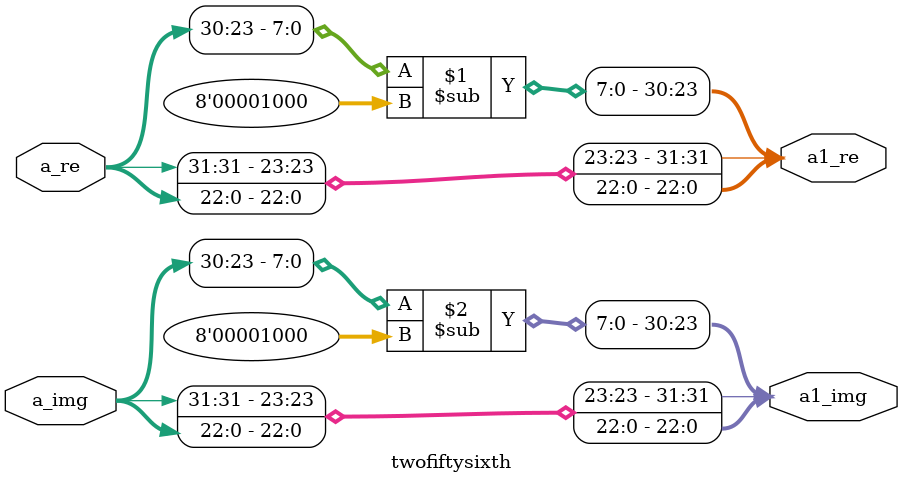
<source format=v>
`timescale 1ns / 1ps
module twofiftysixth(
    input [31:0] a_re,
    input [31:0] a_img,
    output [31:0] a1_re,
    output [31:0] a1_img
    );

assign a1_re[31]=a_re[31],a1_img[31]=a_img[31];
assign a1_re[30:23]=a_re[30:23]-8'b00001000,a1_img[30:23]=a_img[30:23]-8'b00001000;
assign a1_re[22:0]=a_re[22:0],a1_img[22:0]=a_img[22:0];
endmodule

</source>
